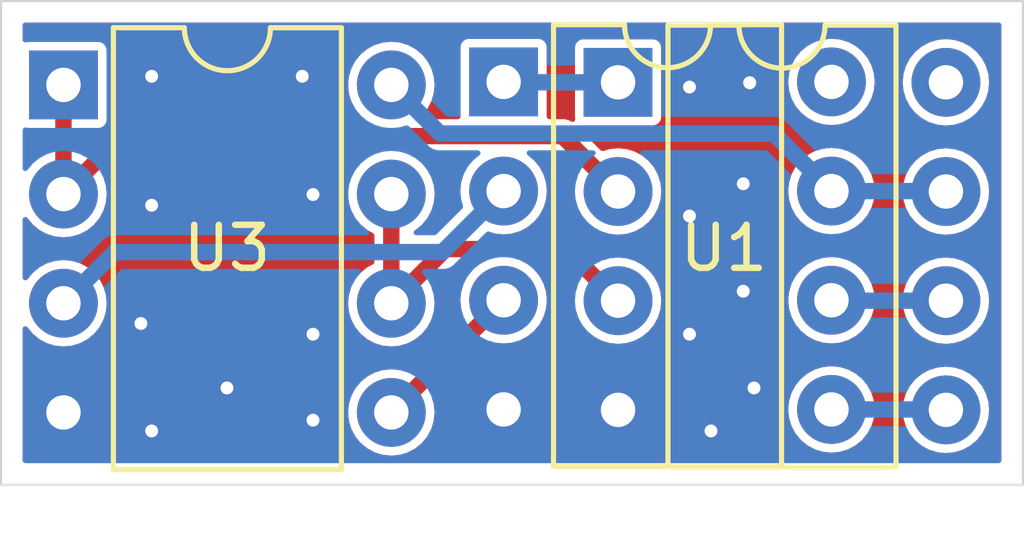
<source format=kicad_pcb>
(kicad_pcb (version 20240108) (generator "pcbnew") (generator_version "8.0")
  (layers (0 "F.Cu" signal) (31 "B.Cu" signal) (34 "B.Paste" user) (35 "F.Paste" user) (36 "B.SilkS" user "B.Silkscreen") (37 "F.SilkS" user "F.Silkscreen") (38 "B.Mask" user) (39 "F.Mask" user) (44 "Edge.Cuts" user))
  (net 0 "")
  (net 1 "/V-")
  (net 3 "/V+")
  (net 4 "/IN+")
  (net 5 "Net-(U1-OUTPUT)")
  (net 6 "/IN-")
  (net 7 "Net-(U1-SENSE)")
  (net 9 "/B")
  (net 10 "/A")
  (net 11 "GND")
  (footprint "Package_DIP:DIP-8_W7.62mm" (layer "F.Cu") (at 150.34 99.39)
    (property "Reference" "U2" (hide yes))
    (property "Value" "AMP03GPZ" (hide yes))
    (fp_line (start 1.16 -1.33) (end 1.16 8.95) (stroke (width 0.12)) (layer "F.SilkS"))
    (fp_line (start 1.16 8.95) (end 6.46 8.95) (stroke (width 0.12)) (layer "F.SilkS"))
    (fp_line (start 2.81 -1.33) (end 1.16 -1.33) (stroke (width 0.12)) (layer "F.SilkS"))
    (fp_line (start 6.46 -1.33) (end 4.81 -1.33) (stroke (width 0.12)) (layer "F.SilkS"))
    (fp_line (start 6.46 8.95) (end 6.46 -1.33) (stroke (width 0.12)) (layer "F.SilkS"))
    (fp_arc (start 4.81 -1.33) (mid 3.81 -0.33) (end 2.81 -1.33) (stroke (width 0.12)) (layer "F.SilkS"))
    (pad "1" thru_hole rect (at 0 0) (size 1.6 1.6) (drill 0.8) (layers "*.Cu" "*.Mask") (net 11 "GND"))
    (pad "2" thru_hole oval (at 0 2.54) (size 1.6 1.6) (drill 0.8) (layers "*.Cu" "*.Mask") (net 10 "/A"))
    (pad "3" thru_hole oval (at 0 5.08) (size 1.6 1.6) (drill 0.8) (layers "*.Cu" "*.Mask") (net 9 "/B"))
    (pad "4" thru_hole oval (at 0 7.62) (size 1.6 1.6) (drill 0.8) (layers "*.Cu" "*.Mask") (net 1 "/V-"))
    (pad "5" thru_hole oval (at 7.62 7.62) (size 1.6 1.6) (drill 0.8) (layers "*.Cu" "*.Mask") (net 7 "Net-(U1-SENSE)"))
    (pad "6" thru_hole oval (at 7.62 5.08) (size 1.6 1.6) (drill 0.8) (layers "*.Cu" "*.Mask") (net 5 "Net-(U1-OUTPUT)"))
    (pad "7" thru_hole oval (at 7.62 2.54) (size 1.6 1.6) (drill 0.8) (layers "*.Cu" "*.Mask") (net 3 "/V+"))
    (pad "8" thru_hole oval (at 7.62 0) (size 1.6 1.6) (drill 0.8) (layers "*.Cu" "*.Mask"))
  )
  (footprint "Package_DIP:DIP-8_W7.62mm" (layer "F.Cu") (at 147.68 99.38)
    (property "Reference" "U1" (at 5.12 3.87 0) (layer "F.SilkS"))
    (property "Value" "AMP03GPZ" (hide yes))
    (fp_line (start 1.16 -1.33) (end 1.16 8.95) (stroke (width 0.12)) (layer "F.SilkS"))
    (fp_line (start 1.16 8.95) (end 6.46 8.95) (stroke (width 0.12)) (layer "F.SilkS"))
    (fp_line (start 2.81 -1.33) (end 1.16 -1.33) (stroke (width 0.12)) (layer "F.SilkS"))
    (fp_line (start 6.46 -1.33) (end 4.81 -1.33) (stroke (width 0.12)) (layer "F.SilkS"))
    (fp_line (start 6.46 8.95) (end 6.46 -1.33) (stroke (width 0.12)) (layer "F.SilkS"))
    (fp_arc (start 4.81 -1.33) (mid 3.81 -0.33) (end 2.81 -1.33) (stroke (width 0.12)) (layer "F.SilkS"))
    (pad "1" thru_hole rect (at 0 0) (size 1.6 1.6) (drill 0.8) (layers "*.Cu" "*.Mask") (net 11 "GND"))
    (pad "2" thru_hole oval (at 0 2.54) (size 1.6 1.6) (drill 0.8) (layers "*.Cu" "*.Mask") (net 6 "/IN-"))
    (pad "3" thru_hole oval (at 0 5.08) (size 1.6 1.6) (drill 0.8) (layers "*.Cu" "*.Mask") (net 4 "/IN+"))
    (pad "4" thru_hole oval (at 0 7.62) (size 1.6 1.6) (drill 0.8) (layers "*.Cu" "*.Mask") (net 1 "/V-"))
    (pad "5" thru_hole oval (at 7.62 7.62) (size 1.6 1.6) (drill 0.8) (layers "*.Cu" "*.Mask") (net 7 "Net-(U1-SENSE)"))
    (pad "6" thru_hole oval (at 7.62 5.08) (size 1.6 1.6) (drill 0.8) (layers "*.Cu" "*.Mask") (net 5 "Net-(U1-OUTPUT)"))
    (pad "7" thru_hole oval (at 7.62 2.54) (size 1.6 1.6) (drill 0.8) (layers "*.Cu" "*.Mask") (net 3 "/V+"))
    (pad "8" thru_hole oval (at 7.62 0) (size 1.6 1.6) (drill 0.8) (layers "*.Cu" "*.Mask"))
  )
  (footprint "Package_DIP:DIP-8_W7.62mm" (layer "F.Cu") (at 137.45 99.45)
    (property "Reference" "U3" (at 3.8 3.8 0) (layer "F.SilkS"))
    (property "Value" "LF353N")
    (fp_line (start 1.16 -1.33) (end 1.16 8.95) (stroke (width 0.12)) (layer "F.SilkS"))
    (fp_line (start 1.16 8.95) (end 6.46 8.95) (stroke (width 0.12)) (layer "F.SilkS"))
    (fp_line (start 2.81 -1.33) (end 1.16 -1.33) (stroke (width 0.12)) (layer "F.SilkS"))
    (fp_line (start 6.46 -1.33) (end 4.81 -1.33) (stroke (width 0.12)) (layer "F.SilkS"))
    (fp_line (start 6.46 8.95) (end 6.46 -1.33) (stroke (width 0.12)) (layer "F.SilkS"))
    (fp_arc (start 4.81 -1.33) (mid 3.81 -0.33) (end 2.81 -1.33) (stroke (width 0.12)) (layer "F.SilkS"))
    (pad "1" thru_hole rect (at 0 0) (size 1.6 1.6) (drill 0.8) (layers "*.Cu" "*.Mask") (net 10 "/A"))
    (pad "2" thru_hole oval (at 0 2.54) (size 1.6 1.6) (drill 0.8) (layers "*.Cu" "*.Mask") (net 10 "/A"))
    (pad "3" thru_hole oval (at 0 5.08) (size 1.6 1.6) (drill 0.8) (layers "*.Cu" "*.Mask") (net 6 "/IN-"))
    (pad "4" thru_hole oval (at 0 7.62) (size 1.6 1.6) (drill 0.8) (layers "*.Cu" "*.Mask") (net 1 "/V-"))
    (pad "5" thru_hole oval (at 7.62 7.62) (size 1.6 1.6) (drill 0.8) (layers "*.Cu" "*.Mask") (net 4 "/IN+"))
    (pad "6" thru_hole oval (at 7.62 5.08) (size 1.6 1.6) (drill 0.8) (layers "*.Cu" "*.Mask") (net 9 "/B"))
    (pad "7" thru_hole oval (at 7.62 2.54) (size 1.6 1.6) (drill 0.8) (layers "*.Cu" "*.Mask") (net 9 "/B"))
    (pad "8" thru_hole oval (at 7.62 0) (size 1.6 1.6) (drill 0.8) (layers "*.Cu" "*.Mask") (net 3 "/V+"))
  )
  (gr_rect (start 136 97.5) (end 159.75 108.75) (stroke (width 0.05)) (fill none) (layer "Edge.Cuts"))
  (via (at 139.5 102.25) (size 0.6) (drill 0.3) (layers "F.Cu" "B.Cu") (net 1))
  (via (at 153.5 106.5) (size 0.6) (drill 0.3) (layers "F.Cu" "B.Cu") (net 1))
  (via (at 143.25 107.25) (size 0.6) (drill 0.3) (layers "F.Cu" "B.Cu") (net 1))
  (via (at 143.25 102) (size 0.6) (drill 0.3) (layers "F.Cu" "B.Cu") (net 1))
  (via (at 153.25 104.25) (size 0.6) (drill 0.3) (layers "F.Cu" "B.Cu") (net 1))
  (via (at 152 102.5) (size 0.6) (drill 0.3) (layers "F.Cu" "B.Cu") (net 1))
  (via (at 139.25 105) (size 0.6) (drill 0.3) (layers "F.Cu" "B.Cu") (net 1))
  (via (at 143.25 105.25) (size 0.6) (drill 0.3) (layers "F.Cu" "B.Cu") (net 1))
  (via (at 141.25 106.5) (size 0.6) (drill 0.3) (layers "F.Cu" "B.Cu") (net 1))
  (via (at 153.25 101.75) (size 0.6) (drill 0.3) (layers "F.Cu" "B.Cu") (net 1))
  (via (at 139.5 107.5) (size 0.6) (drill 0.3) (layers "F.Cu" "B.Cu") (net 1))
  (via (at 152.5 107.5) (size 0.6) (drill 0.3) (layers "F.Cu" "B.Cu") (net 1))
  (via (at 152 105.25) (size 0.6) (drill 0.3) (layers "F.Cu" "B.Cu") (net 1))
  (via (at 153.4 99.4) (size 0.6) (drill 0.3) (layers "F.Cu" "B.Cu") (net 1))
  (via (at 139.5 99.25) (size 0.6) (drill 0.3) (layers "F.Cu" "B.Cu") (net 1))
  (via (at 153.4 99.4) (size 0.6) (drill 0.3) (layers "F.Cu" "B.Cu") (net 1))
  (via (at 143 99.25) (size 0.6) (drill 0.3) (layers "F.Cu" "B.Cu") (net 1))
  (via (at 152 99.5) (size 0.6) (drill 0.3) (layers "F.Cu" "B.Cu") (net 1))
  (segment (start 146.2005 100.5805) (end 153.9605 100.5805) (width 0.381) (layer "B.Cu") (net 3))
  (segment (start 153.9605 100.5805) (end 155.3 101.92) (width 0.381) (layer "B.Cu") (net 3))
  (segment (start 145.07 99.45) (end 146.2005 100.5805) (width 0.381) (layer "B.Cu") (net 3))
  (segment (start 155.3 101.92) (end 157.95 101.92) (width 0.381) (layer "B.Cu") (net 3))
  (segment (start 157.95 101.92) (end 157.96 101.93) (width 0.381) (layer "B.Cu") (net 3))
  (segment (start 147.68 104.46) (end 145.07 107.07) (width 0.381) (layer "F.Cu") (net 4))
  (segment (start 155.31 104.47) (end 155.3 104.46) (width 0.381) (layer "B.Cu") (net 5))
  (segment (start 157.96 104.47) (end 155.31 104.47) (width 0.381) (layer "B.Cu") (net 5))
  (segment (start 146.2605 103.3395) (end 138.6405 103.3395) (width 0.381) (layer "B.Cu") (net 6))
  (segment (start 138.6405 103.3395) (end 137.45 104.53) (width 0.381) (layer "B.Cu") (net 6))
  (segment (start 147.68 101.92) (end 146.2605 103.3395) (width 0.381) (layer "B.Cu") (net 6))
  (segment (start 157.95 107) (end 157.96 107.01) (width 0.381) (layer "B.Cu") (net 7))
  (segment (start 155.3 107) (end 157.95 107) (width 0.381) (layer "B.Cu") (net 7))
  (segment (start 145.07 104.53) (end 146.3305 103.2695) (width 0.381) (layer "F.Cu") (net 9))
  (segment (start 149.1395 103.2695) (end 150.34 104.47) (width 0.381) (layer "F.Cu") (net 9))
  (segment (start 145.07 104.53) (end 145.07 101.99) (width 0.381) (layer "F.Cu") (net 9))
  (segment (start 146.3305 103.2695) (end 149.1395 103.2695) (width 0.381) (layer "F.Cu") (net 9))
  (segment (start 149.0505 100.6405) (end 150.34 101.93) (width 0.381) (layer "F.Cu") (net 10))
  (segment (start 137.45 99.45) (end 137.45 101.99) (width 0.381) (layer "F.Cu") (net 10))
  (segment (start 138.7995 100.6405) (end 149.0505 100.6405) (width 0.381) (layer "F.Cu") (net 10))
  (segment (start 137.45 101.99) (end 138.7995 100.6405) (width 0.381) (layer "F.Cu") (net 10))
  (segment (start 150.34 99.39) (end 147.69 99.39) (width 0.381) (layer "B.Cu") (net 11))
  (segment (start 147.69 99.39) (end 147.68 99.38) (width 0.381) (layer "B.Cu") (net 11))
  (zone (net 1) (net_name "/V-") (layers "F&B.Cu") (connect_pads yes (clearance 0.127)) (min_thickness 0.127) (fill yes (thermal_gap 0.5) (thermal_bridge_width 0.5))
    (polygon (pts (xy 136 97.5) (xy 159.75 97.5) (xy 159.75 108.75) (xy 136 108.75)))
  )
)
</source>
